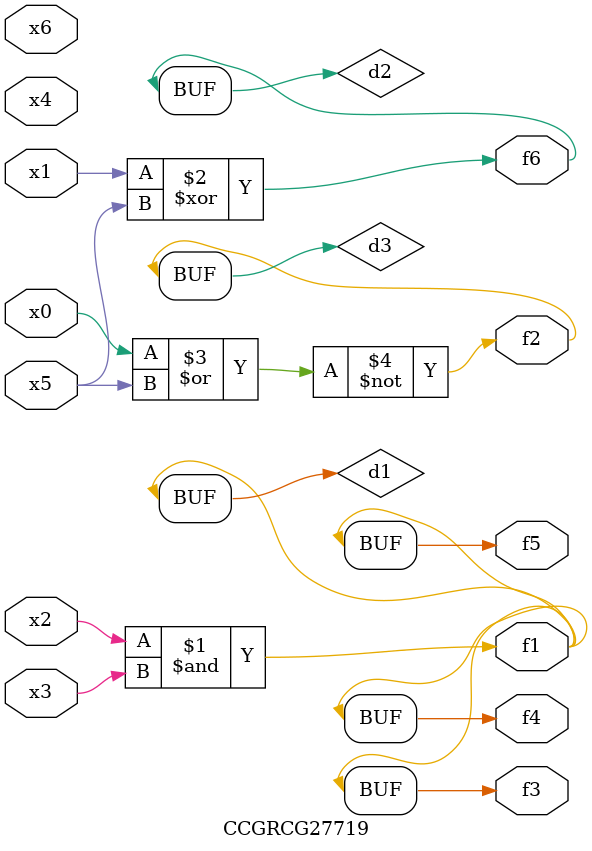
<source format=v>
module CCGRCG27719(
	input x0, x1, x2, x3, x4, x5, x6,
	output f1, f2, f3, f4, f5, f6
);

	wire d1, d2, d3;

	and (d1, x2, x3);
	xor (d2, x1, x5);
	nor (d3, x0, x5);
	assign f1 = d1;
	assign f2 = d3;
	assign f3 = d1;
	assign f4 = d1;
	assign f5 = d1;
	assign f6 = d2;
endmodule

</source>
